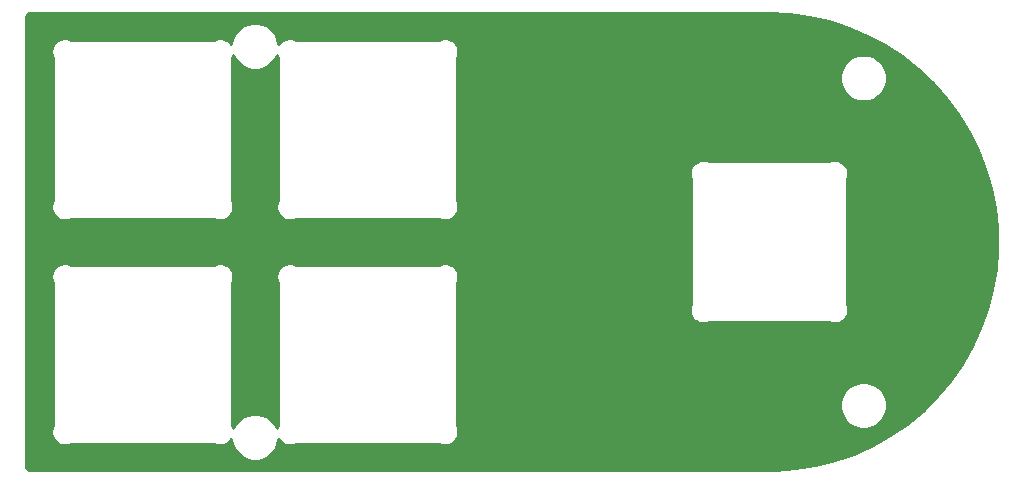
<source format=gtl>
%TF.GenerationSoftware,KiCad,Pcbnew,(5.1.9)-1*%
%TF.CreationDate,2021-11-30T13:34:52+01:00*%
%TF.ProjectId,Little_Big_Scroll_4KEY,4c697474-6c65-45f4-9269-675f5363726f,v1.0*%
%TF.SameCoordinates,Original*%
%TF.FileFunction,Copper,L1,Top*%
%TF.FilePolarity,Positive*%
%FSLAX46Y46*%
G04 Gerber Fmt 4.6, Leading zero omitted, Abs format (unit mm)*
G04 Created by KiCad (PCBNEW (5.1.9)-1) date 2021-11-30 13:34:52*
%MOMM*%
%LPD*%
G01*
G04 APERTURE LIST*
%TA.AperFunction,NonConductor*%
%ADD10C,0.254000*%
%TD*%
%TA.AperFunction,NonConductor*%
%ADD11C,0.100000*%
%TD*%
G04 APERTURE END LIST*
D10*
X221098706Y-92297197D02*
X222803819Y-92526222D01*
X224481811Y-92905913D01*
X226119415Y-93433267D01*
X227703645Y-94104102D01*
X229221976Y-94913112D01*
X230662394Y-95853901D01*
X232013458Y-96918994D01*
X233264504Y-98099984D01*
X234405606Y-99387499D01*
X235427747Y-100771366D01*
X236322816Y-102240608D01*
X237083738Y-103783603D01*
X237704480Y-105388128D01*
X238180136Y-107041486D01*
X238506933Y-108730582D01*
X238682287Y-110442044D01*
X238704806Y-112162299D01*
X238574313Y-113877773D01*
X238291845Y-115574833D01*
X237859634Y-117240073D01*
X237281099Y-118860310D01*
X236560832Y-120422692D01*
X235704526Y-121914864D01*
X234718970Y-123325002D01*
X233611950Y-124641960D01*
X232392253Y-125855287D01*
X231069527Y-126955386D01*
X229654243Y-127933549D01*
X228157614Y-128782025D01*
X226591472Y-129494108D01*
X224968237Y-130064147D01*
X223300765Y-130487631D01*
X221602234Y-130761212D01*
X219875748Y-130883454D01*
X219375715Y-130890000D01*
X156837279Y-130890000D01*
X156739576Y-130880420D01*
X156676643Y-130861420D01*
X156618594Y-130830554D01*
X156567657Y-130789011D01*
X156525752Y-130738356D01*
X156494485Y-130680529D01*
X156475044Y-130617728D01*
X156465000Y-130522165D01*
X156465000Y-114389612D01*
X158616400Y-114389612D01*
X158616400Y-114613188D01*
X158660017Y-114832467D01*
X158745000Y-115037634D01*
X158745001Y-127122364D01*
X158660017Y-127327533D01*
X158616400Y-127546812D01*
X158616400Y-127770388D01*
X158660017Y-127989667D01*
X158745576Y-128196224D01*
X158869788Y-128382120D01*
X158892532Y-128404864D01*
X158943289Y-128466711D01*
X159005136Y-128517468D01*
X159027880Y-128540212D01*
X159213776Y-128664424D01*
X159420333Y-128749983D01*
X159639612Y-128793600D01*
X159863188Y-128793600D01*
X160082467Y-128749983D01*
X160287633Y-128665000D01*
X172372367Y-128665000D01*
X172577533Y-128749983D01*
X172796812Y-128793600D01*
X173020388Y-128793600D01*
X173239667Y-128749983D01*
X173446224Y-128664424D01*
X173632120Y-128540212D01*
X173654864Y-128517468D01*
X173716711Y-128466711D01*
X173767468Y-128404864D01*
X173790212Y-128382120D01*
X173870000Y-128262709D01*
X173870000Y-128300505D01*
X173946282Y-128684003D01*
X174095915Y-129045250D01*
X174313149Y-129370364D01*
X174589636Y-129646851D01*
X174914750Y-129864085D01*
X175275997Y-130013718D01*
X175659495Y-130090000D01*
X176050505Y-130090000D01*
X176434003Y-130013718D01*
X176795250Y-129864085D01*
X177120364Y-129646851D01*
X177396851Y-129370364D01*
X177614085Y-129045250D01*
X177763718Y-128684003D01*
X177840000Y-128300505D01*
X177840000Y-128262709D01*
X177919788Y-128382120D01*
X177942532Y-128404864D01*
X177993289Y-128466711D01*
X178055136Y-128517468D01*
X178077880Y-128540212D01*
X178263776Y-128664424D01*
X178470333Y-128749983D01*
X178689612Y-128793600D01*
X178913188Y-128793600D01*
X179132467Y-128749983D01*
X179337633Y-128665000D01*
X191422367Y-128665000D01*
X191627533Y-128749983D01*
X191846812Y-128793600D01*
X192070388Y-128793600D01*
X192289667Y-128749983D01*
X192496224Y-128664424D01*
X192682120Y-128540212D01*
X192704864Y-128517468D01*
X192766711Y-128466711D01*
X192817468Y-128404864D01*
X192840212Y-128382120D01*
X192964424Y-128196224D01*
X193049983Y-127989667D01*
X193093600Y-127770388D01*
X193093600Y-127546812D01*
X193049983Y-127327533D01*
X192965000Y-127122367D01*
X192965000Y-125215901D01*
X225395000Y-125215901D01*
X225395000Y-125606911D01*
X225471282Y-125990409D01*
X225620915Y-126351656D01*
X225838149Y-126676770D01*
X226114636Y-126953257D01*
X226439750Y-127170491D01*
X226800997Y-127320124D01*
X227184495Y-127396406D01*
X227575505Y-127396406D01*
X227959003Y-127320124D01*
X228320250Y-127170491D01*
X228645364Y-126953257D01*
X228921851Y-126676770D01*
X229139085Y-126351656D01*
X229288718Y-125990409D01*
X229365000Y-125606911D01*
X229365000Y-125215901D01*
X229288718Y-124832403D01*
X229139085Y-124471156D01*
X228921851Y-124146042D01*
X228645364Y-123869555D01*
X228320250Y-123652321D01*
X227959003Y-123502688D01*
X227575505Y-123426406D01*
X227184495Y-123426406D01*
X226800997Y-123502688D01*
X226439750Y-123652321D01*
X226114636Y-123869555D01*
X225838149Y-124146042D01*
X225620915Y-124471156D01*
X225471282Y-124832403D01*
X225395000Y-125215901D01*
X192965000Y-125215901D01*
X192965000Y-115037633D01*
X193049983Y-114832467D01*
X193093600Y-114613188D01*
X193093600Y-114389612D01*
X193049983Y-114170333D01*
X192964424Y-113963776D01*
X192840212Y-113777880D01*
X192817468Y-113755136D01*
X192766711Y-113693289D01*
X192704864Y-113642532D01*
X192682120Y-113619788D01*
X192496224Y-113495576D01*
X192289667Y-113410017D01*
X192070388Y-113366400D01*
X191846812Y-113366400D01*
X191627533Y-113410017D01*
X191422367Y-113495000D01*
X179337633Y-113495000D01*
X179132467Y-113410017D01*
X178913188Y-113366400D01*
X178689612Y-113366400D01*
X178470333Y-113410017D01*
X178263776Y-113495576D01*
X178077880Y-113619788D01*
X178055136Y-113642532D01*
X177993289Y-113693289D01*
X177942532Y-113755136D01*
X177919788Y-113777880D01*
X177795576Y-113963776D01*
X177710017Y-114170333D01*
X177666400Y-114389612D01*
X177666400Y-114613188D01*
X177710017Y-114832467D01*
X177795000Y-115037634D01*
X177795001Y-127122364D01*
X177710017Y-127327533D01*
X177700769Y-127374025D01*
X177614085Y-127164750D01*
X177396851Y-126839636D01*
X177120364Y-126563149D01*
X176795250Y-126345915D01*
X176434003Y-126196282D01*
X176050505Y-126120000D01*
X175659495Y-126120000D01*
X175275997Y-126196282D01*
X174914750Y-126345915D01*
X174589636Y-126563149D01*
X174313149Y-126839636D01*
X174095915Y-127164750D01*
X174009231Y-127374025D01*
X173999983Y-127327533D01*
X173915000Y-127122367D01*
X173915000Y-115037633D01*
X173999983Y-114832467D01*
X174043600Y-114613188D01*
X174043600Y-114389612D01*
X173999983Y-114170333D01*
X173914424Y-113963776D01*
X173790212Y-113777880D01*
X173767468Y-113755136D01*
X173716711Y-113693289D01*
X173654864Y-113642532D01*
X173632120Y-113619788D01*
X173446224Y-113495576D01*
X173239667Y-113410017D01*
X173020388Y-113366400D01*
X172796812Y-113366400D01*
X172577533Y-113410017D01*
X172372367Y-113495000D01*
X160287633Y-113495000D01*
X160082467Y-113410017D01*
X159863188Y-113366400D01*
X159639612Y-113366400D01*
X159420333Y-113410017D01*
X159213776Y-113495576D01*
X159027880Y-113619788D01*
X159005136Y-113642532D01*
X158943289Y-113693289D01*
X158892532Y-113755136D01*
X158869788Y-113777880D01*
X158745576Y-113963776D01*
X158660017Y-114170333D01*
X158616400Y-114389612D01*
X156465000Y-114389612D01*
X156465000Y-95339612D01*
X158616400Y-95339612D01*
X158616400Y-95563188D01*
X158660017Y-95782467D01*
X158745000Y-95987634D01*
X158745001Y-108072364D01*
X158660017Y-108277533D01*
X158616400Y-108496812D01*
X158616400Y-108720388D01*
X158660017Y-108939667D01*
X158745576Y-109146224D01*
X158869788Y-109332120D01*
X158892532Y-109354864D01*
X158943289Y-109416711D01*
X159005136Y-109467468D01*
X159027880Y-109490212D01*
X159213776Y-109614424D01*
X159420333Y-109699983D01*
X159639612Y-109743600D01*
X159863188Y-109743600D01*
X160082467Y-109699983D01*
X160287633Y-109615000D01*
X172372367Y-109615000D01*
X172577533Y-109699983D01*
X172796812Y-109743600D01*
X173020388Y-109743600D01*
X173239667Y-109699983D01*
X173446224Y-109614424D01*
X173632120Y-109490212D01*
X173654864Y-109467468D01*
X173716711Y-109416711D01*
X173767468Y-109354864D01*
X173790212Y-109332120D01*
X173914424Y-109146224D01*
X173999983Y-108939667D01*
X174043600Y-108720388D01*
X174043600Y-108496812D01*
X173999983Y-108277533D01*
X173915000Y-108072367D01*
X173915000Y-95987633D01*
X173999983Y-95782467D01*
X174009231Y-95735975D01*
X174095915Y-95945250D01*
X174313149Y-96270364D01*
X174589636Y-96546851D01*
X174914750Y-96764085D01*
X175275997Y-96913718D01*
X175659495Y-96990000D01*
X176050505Y-96990000D01*
X176434003Y-96913718D01*
X176795250Y-96764085D01*
X177120364Y-96546851D01*
X177396851Y-96270364D01*
X177614085Y-95945250D01*
X177700769Y-95735975D01*
X177710017Y-95782467D01*
X177795000Y-95987634D01*
X177795001Y-108072364D01*
X177710017Y-108277533D01*
X177666400Y-108496812D01*
X177666400Y-108720388D01*
X177710017Y-108939667D01*
X177795576Y-109146224D01*
X177919788Y-109332120D01*
X177942532Y-109354864D01*
X177993289Y-109416711D01*
X178055136Y-109467468D01*
X178077880Y-109490212D01*
X178263776Y-109614424D01*
X178470333Y-109699983D01*
X178689612Y-109743600D01*
X178913188Y-109743600D01*
X179132467Y-109699983D01*
X179337633Y-109615000D01*
X191422367Y-109615000D01*
X191627533Y-109699983D01*
X191846812Y-109743600D01*
X192070388Y-109743600D01*
X192289667Y-109699983D01*
X192496224Y-109614424D01*
X192682120Y-109490212D01*
X192704864Y-109467468D01*
X192766711Y-109416711D01*
X192817468Y-109354864D01*
X192840212Y-109332120D01*
X192964424Y-109146224D01*
X193049983Y-108939667D01*
X193093600Y-108720388D01*
X193093600Y-108496812D01*
X193049983Y-108277533D01*
X192965000Y-108072367D01*
X192965000Y-105664612D01*
X212666400Y-105664612D01*
X212666400Y-105888188D01*
X212710017Y-106107467D01*
X212785000Y-106288492D01*
X212785001Y-116821506D01*
X212710017Y-117002533D01*
X212666400Y-117221812D01*
X212666400Y-117445388D01*
X212710017Y-117664667D01*
X212795576Y-117871224D01*
X212855296Y-117960601D01*
X212899333Y-118042989D01*
X212986183Y-118148817D01*
X213092011Y-118235667D01*
X213174399Y-118279704D01*
X213263776Y-118339424D01*
X213470333Y-118424983D01*
X213689612Y-118468600D01*
X213913188Y-118468600D01*
X214132467Y-118424983D01*
X214313491Y-118350000D01*
X224446509Y-118350000D01*
X224627533Y-118424983D01*
X224846812Y-118468600D01*
X225070388Y-118468600D01*
X225289667Y-118424983D01*
X225496224Y-118339424D01*
X225585601Y-118279704D01*
X225667989Y-118235667D01*
X225773817Y-118148817D01*
X225860667Y-118042989D01*
X225904704Y-117960601D01*
X225964424Y-117871224D01*
X226049983Y-117664667D01*
X226093600Y-117445388D01*
X226093600Y-117221812D01*
X226049983Y-117002533D01*
X225975000Y-116821509D01*
X225975000Y-106288491D01*
X226049983Y-106107467D01*
X226093600Y-105888188D01*
X226093600Y-105664612D01*
X226049983Y-105445333D01*
X225964424Y-105238776D01*
X225904704Y-105149399D01*
X225860667Y-105067011D01*
X225773817Y-104961183D01*
X225667989Y-104874333D01*
X225585601Y-104830296D01*
X225496224Y-104770576D01*
X225289667Y-104685017D01*
X225070388Y-104641400D01*
X224846812Y-104641400D01*
X224627533Y-104685017D01*
X224446509Y-104760000D01*
X214313491Y-104760000D01*
X214132467Y-104685017D01*
X213913188Y-104641400D01*
X213689612Y-104641400D01*
X213470333Y-104685017D01*
X213263776Y-104770576D01*
X213174399Y-104830296D01*
X213092011Y-104874333D01*
X212986183Y-104961183D01*
X212899333Y-105067011D01*
X212855296Y-105149399D01*
X212795576Y-105238776D01*
X212710017Y-105445333D01*
X212666400Y-105664612D01*
X192965000Y-105664612D01*
X192965000Y-97503089D01*
X225395000Y-97503089D01*
X225395000Y-97894099D01*
X225471282Y-98277597D01*
X225620915Y-98638844D01*
X225838149Y-98963958D01*
X226114636Y-99240445D01*
X226439750Y-99457679D01*
X226800997Y-99607312D01*
X227184495Y-99683594D01*
X227575505Y-99683594D01*
X227959003Y-99607312D01*
X228320250Y-99457679D01*
X228645364Y-99240445D01*
X228921851Y-98963958D01*
X229139085Y-98638844D01*
X229288718Y-98277597D01*
X229365000Y-97894099D01*
X229365000Y-97503089D01*
X229288718Y-97119591D01*
X229139085Y-96758344D01*
X228921851Y-96433230D01*
X228645364Y-96156743D01*
X228320250Y-95939509D01*
X227959003Y-95789876D01*
X227575505Y-95713594D01*
X227184495Y-95713594D01*
X226800997Y-95789876D01*
X226439750Y-95939509D01*
X226114636Y-96156743D01*
X225838149Y-96433230D01*
X225620915Y-96758344D01*
X225471282Y-97119591D01*
X225395000Y-97503089D01*
X192965000Y-97503089D01*
X192965000Y-95987633D01*
X193049983Y-95782467D01*
X193093600Y-95563188D01*
X193093600Y-95339612D01*
X193049983Y-95120333D01*
X192964424Y-94913776D01*
X192840212Y-94727880D01*
X192817468Y-94705136D01*
X192766711Y-94643289D01*
X192704864Y-94592532D01*
X192682120Y-94569788D01*
X192496224Y-94445576D01*
X192289667Y-94360017D01*
X192070388Y-94316400D01*
X191846812Y-94316400D01*
X191627533Y-94360017D01*
X191422367Y-94445000D01*
X179337633Y-94445000D01*
X179132467Y-94360017D01*
X178913188Y-94316400D01*
X178689612Y-94316400D01*
X178470333Y-94360017D01*
X178263776Y-94445576D01*
X178077880Y-94569788D01*
X178055136Y-94592532D01*
X177993289Y-94643289D01*
X177942532Y-94705136D01*
X177919788Y-94727880D01*
X177840000Y-94847291D01*
X177840000Y-94809495D01*
X177763718Y-94425997D01*
X177614085Y-94064750D01*
X177396851Y-93739636D01*
X177120364Y-93463149D01*
X176795250Y-93245915D01*
X176434003Y-93096282D01*
X176050505Y-93020000D01*
X175659495Y-93020000D01*
X175275997Y-93096282D01*
X174914750Y-93245915D01*
X174589636Y-93463149D01*
X174313149Y-93739636D01*
X174095915Y-94064750D01*
X173946282Y-94425997D01*
X173870000Y-94809495D01*
X173870000Y-94847291D01*
X173790212Y-94727880D01*
X173767468Y-94705136D01*
X173716711Y-94643289D01*
X173654864Y-94592532D01*
X173632120Y-94569788D01*
X173446224Y-94445576D01*
X173239667Y-94360017D01*
X173020388Y-94316400D01*
X172796812Y-94316400D01*
X172577533Y-94360017D01*
X172372367Y-94445000D01*
X160287633Y-94445000D01*
X160082467Y-94360017D01*
X159863188Y-94316400D01*
X159639612Y-94316400D01*
X159420333Y-94360017D01*
X159213776Y-94445576D01*
X159027880Y-94569788D01*
X159005136Y-94592532D01*
X158943289Y-94643289D01*
X158892532Y-94705136D01*
X158869788Y-94727880D01*
X158745576Y-94913776D01*
X158660017Y-95120333D01*
X158616400Y-95339612D01*
X156465000Y-95339612D01*
X156465000Y-92592279D01*
X156474580Y-92494576D01*
X156493580Y-92431644D01*
X156524445Y-92373595D01*
X156565989Y-92322657D01*
X156616644Y-92280752D01*
X156674471Y-92249485D01*
X156737272Y-92230044D01*
X156832835Y-92220000D01*
X219365321Y-92220000D01*
X221098706Y-92297197D01*
%TA.AperFunction,NonConductor*%
D11*
G36*
X221098706Y-92297197D02*
G01*
X222803819Y-92526222D01*
X224481811Y-92905913D01*
X226119415Y-93433267D01*
X227703645Y-94104102D01*
X229221976Y-94913112D01*
X230662394Y-95853901D01*
X232013458Y-96918994D01*
X233264504Y-98099984D01*
X234405606Y-99387499D01*
X235427747Y-100771366D01*
X236322816Y-102240608D01*
X237083738Y-103783603D01*
X237704480Y-105388128D01*
X238180136Y-107041486D01*
X238506933Y-108730582D01*
X238682287Y-110442044D01*
X238704806Y-112162299D01*
X238574313Y-113877773D01*
X238291845Y-115574833D01*
X237859634Y-117240073D01*
X237281099Y-118860310D01*
X236560832Y-120422692D01*
X235704526Y-121914864D01*
X234718970Y-123325002D01*
X233611950Y-124641960D01*
X232392253Y-125855287D01*
X231069527Y-126955386D01*
X229654243Y-127933549D01*
X228157614Y-128782025D01*
X226591472Y-129494108D01*
X224968237Y-130064147D01*
X223300765Y-130487631D01*
X221602234Y-130761212D01*
X219875748Y-130883454D01*
X219375715Y-130890000D01*
X156837279Y-130890000D01*
X156739576Y-130880420D01*
X156676643Y-130861420D01*
X156618594Y-130830554D01*
X156567657Y-130789011D01*
X156525752Y-130738356D01*
X156494485Y-130680529D01*
X156475044Y-130617728D01*
X156465000Y-130522165D01*
X156465000Y-114389612D01*
X158616400Y-114389612D01*
X158616400Y-114613188D01*
X158660017Y-114832467D01*
X158745000Y-115037634D01*
X158745001Y-127122364D01*
X158660017Y-127327533D01*
X158616400Y-127546812D01*
X158616400Y-127770388D01*
X158660017Y-127989667D01*
X158745576Y-128196224D01*
X158869788Y-128382120D01*
X158892532Y-128404864D01*
X158943289Y-128466711D01*
X159005136Y-128517468D01*
X159027880Y-128540212D01*
X159213776Y-128664424D01*
X159420333Y-128749983D01*
X159639612Y-128793600D01*
X159863188Y-128793600D01*
X160082467Y-128749983D01*
X160287633Y-128665000D01*
X172372367Y-128665000D01*
X172577533Y-128749983D01*
X172796812Y-128793600D01*
X173020388Y-128793600D01*
X173239667Y-128749983D01*
X173446224Y-128664424D01*
X173632120Y-128540212D01*
X173654864Y-128517468D01*
X173716711Y-128466711D01*
X173767468Y-128404864D01*
X173790212Y-128382120D01*
X173870000Y-128262709D01*
X173870000Y-128300505D01*
X173946282Y-128684003D01*
X174095915Y-129045250D01*
X174313149Y-129370364D01*
X174589636Y-129646851D01*
X174914750Y-129864085D01*
X175275997Y-130013718D01*
X175659495Y-130090000D01*
X176050505Y-130090000D01*
X176434003Y-130013718D01*
X176795250Y-129864085D01*
X177120364Y-129646851D01*
X177396851Y-129370364D01*
X177614085Y-129045250D01*
X177763718Y-128684003D01*
X177840000Y-128300505D01*
X177840000Y-128262709D01*
X177919788Y-128382120D01*
X177942532Y-128404864D01*
X177993289Y-128466711D01*
X178055136Y-128517468D01*
X178077880Y-128540212D01*
X178263776Y-128664424D01*
X178470333Y-128749983D01*
X178689612Y-128793600D01*
X178913188Y-128793600D01*
X179132467Y-128749983D01*
X179337633Y-128665000D01*
X191422367Y-128665000D01*
X191627533Y-128749983D01*
X191846812Y-128793600D01*
X192070388Y-128793600D01*
X192289667Y-128749983D01*
X192496224Y-128664424D01*
X192682120Y-128540212D01*
X192704864Y-128517468D01*
X192766711Y-128466711D01*
X192817468Y-128404864D01*
X192840212Y-128382120D01*
X192964424Y-128196224D01*
X193049983Y-127989667D01*
X193093600Y-127770388D01*
X193093600Y-127546812D01*
X193049983Y-127327533D01*
X192965000Y-127122367D01*
X192965000Y-125215901D01*
X225395000Y-125215901D01*
X225395000Y-125606911D01*
X225471282Y-125990409D01*
X225620915Y-126351656D01*
X225838149Y-126676770D01*
X226114636Y-126953257D01*
X226439750Y-127170491D01*
X226800997Y-127320124D01*
X227184495Y-127396406D01*
X227575505Y-127396406D01*
X227959003Y-127320124D01*
X228320250Y-127170491D01*
X228645364Y-126953257D01*
X228921851Y-126676770D01*
X229139085Y-126351656D01*
X229288718Y-125990409D01*
X229365000Y-125606911D01*
X229365000Y-125215901D01*
X229288718Y-124832403D01*
X229139085Y-124471156D01*
X228921851Y-124146042D01*
X228645364Y-123869555D01*
X228320250Y-123652321D01*
X227959003Y-123502688D01*
X227575505Y-123426406D01*
X227184495Y-123426406D01*
X226800997Y-123502688D01*
X226439750Y-123652321D01*
X226114636Y-123869555D01*
X225838149Y-124146042D01*
X225620915Y-124471156D01*
X225471282Y-124832403D01*
X225395000Y-125215901D01*
X192965000Y-125215901D01*
X192965000Y-115037633D01*
X193049983Y-114832467D01*
X193093600Y-114613188D01*
X193093600Y-114389612D01*
X193049983Y-114170333D01*
X192964424Y-113963776D01*
X192840212Y-113777880D01*
X192817468Y-113755136D01*
X192766711Y-113693289D01*
X192704864Y-113642532D01*
X192682120Y-113619788D01*
X192496224Y-113495576D01*
X192289667Y-113410017D01*
X192070388Y-113366400D01*
X191846812Y-113366400D01*
X191627533Y-113410017D01*
X191422367Y-113495000D01*
X179337633Y-113495000D01*
X179132467Y-113410017D01*
X178913188Y-113366400D01*
X178689612Y-113366400D01*
X178470333Y-113410017D01*
X178263776Y-113495576D01*
X178077880Y-113619788D01*
X178055136Y-113642532D01*
X177993289Y-113693289D01*
X177942532Y-113755136D01*
X177919788Y-113777880D01*
X177795576Y-113963776D01*
X177710017Y-114170333D01*
X177666400Y-114389612D01*
X177666400Y-114613188D01*
X177710017Y-114832467D01*
X177795000Y-115037634D01*
X177795001Y-127122364D01*
X177710017Y-127327533D01*
X177700769Y-127374025D01*
X177614085Y-127164750D01*
X177396851Y-126839636D01*
X177120364Y-126563149D01*
X176795250Y-126345915D01*
X176434003Y-126196282D01*
X176050505Y-126120000D01*
X175659495Y-126120000D01*
X175275997Y-126196282D01*
X174914750Y-126345915D01*
X174589636Y-126563149D01*
X174313149Y-126839636D01*
X174095915Y-127164750D01*
X174009231Y-127374025D01*
X173999983Y-127327533D01*
X173915000Y-127122367D01*
X173915000Y-115037633D01*
X173999983Y-114832467D01*
X174043600Y-114613188D01*
X174043600Y-114389612D01*
X173999983Y-114170333D01*
X173914424Y-113963776D01*
X173790212Y-113777880D01*
X173767468Y-113755136D01*
X173716711Y-113693289D01*
X173654864Y-113642532D01*
X173632120Y-113619788D01*
X173446224Y-113495576D01*
X173239667Y-113410017D01*
X173020388Y-113366400D01*
X172796812Y-113366400D01*
X172577533Y-113410017D01*
X172372367Y-113495000D01*
X160287633Y-113495000D01*
X160082467Y-113410017D01*
X159863188Y-113366400D01*
X159639612Y-113366400D01*
X159420333Y-113410017D01*
X159213776Y-113495576D01*
X159027880Y-113619788D01*
X159005136Y-113642532D01*
X158943289Y-113693289D01*
X158892532Y-113755136D01*
X158869788Y-113777880D01*
X158745576Y-113963776D01*
X158660017Y-114170333D01*
X158616400Y-114389612D01*
X156465000Y-114389612D01*
X156465000Y-95339612D01*
X158616400Y-95339612D01*
X158616400Y-95563188D01*
X158660017Y-95782467D01*
X158745000Y-95987634D01*
X158745001Y-108072364D01*
X158660017Y-108277533D01*
X158616400Y-108496812D01*
X158616400Y-108720388D01*
X158660017Y-108939667D01*
X158745576Y-109146224D01*
X158869788Y-109332120D01*
X158892532Y-109354864D01*
X158943289Y-109416711D01*
X159005136Y-109467468D01*
X159027880Y-109490212D01*
X159213776Y-109614424D01*
X159420333Y-109699983D01*
X159639612Y-109743600D01*
X159863188Y-109743600D01*
X160082467Y-109699983D01*
X160287633Y-109615000D01*
X172372367Y-109615000D01*
X172577533Y-109699983D01*
X172796812Y-109743600D01*
X173020388Y-109743600D01*
X173239667Y-109699983D01*
X173446224Y-109614424D01*
X173632120Y-109490212D01*
X173654864Y-109467468D01*
X173716711Y-109416711D01*
X173767468Y-109354864D01*
X173790212Y-109332120D01*
X173914424Y-109146224D01*
X173999983Y-108939667D01*
X174043600Y-108720388D01*
X174043600Y-108496812D01*
X173999983Y-108277533D01*
X173915000Y-108072367D01*
X173915000Y-95987633D01*
X173999983Y-95782467D01*
X174009231Y-95735975D01*
X174095915Y-95945250D01*
X174313149Y-96270364D01*
X174589636Y-96546851D01*
X174914750Y-96764085D01*
X175275997Y-96913718D01*
X175659495Y-96990000D01*
X176050505Y-96990000D01*
X176434003Y-96913718D01*
X176795250Y-96764085D01*
X177120364Y-96546851D01*
X177396851Y-96270364D01*
X177614085Y-95945250D01*
X177700769Y-95735975D01*
X177710017Y-95782467D01*
X177795000Y-95987634D01*
X177795001Y-108072364D01*
X177710017Y-108277533D01*
X177666400Y-108496812D01*
X177666400Y-108720388D01*
X177710017Y-108939667D01*
X177795576Y-109146224D01*
X177919788Y-109332120D01*
X177942532Y-109354864D01*
X177993289Y-109416711D01*
X178055136Y-109467468D01*
X178077880Y-109490212D01*
X178263776Y-109614424D01*
X178470333Y-109699983D01*
X178689612Y-109743600D01*
X178913188Y-109743600D01*
X179132467Y-109699983D01*
X179337633Y-109615000D01*
X191422367Y-109615000D01*
X191627533Y-109699983D01*
X191846812Y-109743600D01*
X192070388Y-109743600D01*
X192289667Y-109699983D01*
X192496224Y-109614424D01*
X192682120Y-109490212D01*
X192704864Y-109467468D01*
X192766711Y-109416711D01*
X192817468Y-109354864D01*
X192840212Y-109332120D01*
X192964424Y-109146224D01*
X193049983Y-108939667D01*
X193093600Y-108720388D01*
X193093600Y-108496812D01*
X193049983Y-108277533D01*
X192965000Y-108072367D01*
X192965000Y-105664612D01*
X212666400Y-105664612D01*
X212666400Y-105888188D01*
X212710017Y-106107467D01*
X212785000Y-106288492D01*
X212785001Y-116821506D01*
X212710017Y-117002533D01*
X212666400Y-117221812D01*
X212666400Y-117445388D01*
X212710017Y-117664667D01*
X212795576Y-117871224D01*
X212855296Y-117960601D01*
X212899333Y-118042989D01*
X212986183Y-118148817D01*
X213092011Y-118235667D01*
X213174399Y-118279704D01*
X213263776Y-118339424D01*
X213470333Y-118424983D01*
X213689612Y-118468600D01*
X213913188Y-118468600D01*
X214132467Y-118424983D01*
X214313491Y-118350000D01*
X224446509Y-118350000D01*
X224627533Y-118424983D01*
X224846812Y-118468600D01*
X225070388Y-118468600D01*
X225289667Y-118424983D01*
X225496224Y-118339424D01*
X225585601Y-118279704D01*
X225667989Y-118235667D01*
X225773817Y-118148817D01*
X225860667Y-118042989D01*
X225904704Y-117960601D01*
X225964424Y-117871224D01*
X226049983Y-117664667D01*
X226093600Y-117445388D01*
X226093600Y-117221812D01*
X226049983Y-117002533D01*
X225975000Y-116821509D01*
X225975000Y-106288491D01*
X226049983Y-106107467D01*
X226093600Y-105888188D01*
X226093600Y-105664612D01*
X226049983Y-105445333D01*
X225964424Y-105238776D01*
X225904704Y-105149399D01*
X225860667Y-105067011D01*
X225773817Y-104961183D01*
X225667989Y-104874333D01*
X225585601Y-104830296D01*
X225496224Y-104770576D01*
X225289667Y-104685017D01*
X225070388Y-104641400D01*
X224846812Y-104641400D01*
X224627533Y-104685017D01*
X224446509Y-104760000D01*
X214313491Y-104760000D01*
X214132467Y-104685017D01*
X213913188Y-104641400D01*
X213689612Y-104641400D01*
X213470333Y-104685017D01*
X213263776Y-104770576D01*
X213174399Y-104830296D01*
X213092011Y-104874333D01*
X212986183Y-104961183D01*
X212899333Y-105067011D01*
X212855296Y-105149399D01*
X212795576Y-105238776D01*
X212710017Y-105445333D01*
X212666400Y-105664612D01*
X192965000Y-105664612D01*
X192965000Y-97503089D01*
X225395000Y-97503089D01*
X225395000Y-97894099D01*
X225471282Y-98277597D01*
X225620915Y-98638844D01*
X225838149Y-98963958D01*
X226114636Y-99240445D01*
X226439750Y-99457679D01*
X226800997Y-99607312D01*
X227184495Y-99683594D01*
X227575505Y-99683594D01*
X227959003Y-99607312D01*
X228320250Y-99457679D01*
X228645364Y-99240445D01*
X228921851Y-98963958D01*
X229139085Y-98638844D01*
X229288718Y-98277597D01*
X229365000Y-97894099D01*
X229365000Y-97503089D01*
X229288718Y-97119591D01*
X229139085Y-96758344D01*
X228921851Y-96433230D01*
X228645364Y-96156743D01*
X228320250Y-95939509D01*
X227959003Y-95789876D01*
X227575505Y-95713594D01*
X227184495Y-95713594D01*
X226800997Y-95789876D01*
X226439750Y-95939509D01*
X226114636Y-96156743D01*
X225838149Y-96433230D01*
X225620915Y-96758344D01*
X225471282Y-97119591D01*
X225395000Y-97503089D01*
X192965000Y-97503089D01*
X192965000Y-95987633D01*
X193049983Y-95782467D01*
X193093600Y-95563188D01*
X193093600Y-95339612D01*
X193049983Y-95120333D01*
X192964424Y-94913776D01*
X192840212Y-94727880D01*
X192817468Y-94705136D01*
X192766711Y-94643289D01*
X192704864Y-94592532D01*
X192682120Y-94569788D01*
X192496224Y-94445576D01*
X192289667Y-94360017D01*
X192070388Y-94316400D01*
X191846812Y-94316400D01*
X191627533Y-94360017D01*
X191422367Y-94445000D01*
X179337633Y-94445000D01*
X179132467Y-94360017D01*
X178913188Y-94316400D01*
X178689612Y-94316400D01*
X178470333Y-94360017D01*
X178263776Y-94445576D01*
X178077880Y-94569788D01*
X178055136Y-94592532D01*
X177993289Y-94643289D01*
X177942532Y-94705136D01*
X177919788Y-94727880D01*
X177840000Y-94847291D01*
X177840000Y-94809495D01*
X177763718Y-94425997D01*
X177614085Y-94064750D01*
X177396851Y-93739636D01*
X177120364Y-93463149D01*
X176795250Y-93245915D01*
X176434003Y-93096282D01*
X176050505Y-93020000D01*
X175659495Y-93020000D01*
X175275997Y-93096282D01*
X174914750Y-93245915D01*
X174589636Y-93463149D01*
X174313149Y-93739636D01*
X174095915Y-94064750D01*
X173946282Y-94425997D01*
X173870000Y-94809495D01*
X173870000Y-94847291D01*
X173790212Y-94727880D01*
X173767468Y-94705136D01*
X173716711Y-94643289D01*
X173654864Y-94592532D01*
X173632120Y-94569788D01*
X173446224Y-94445576D01*
X173239667Y-94360017D01*
X173020388Y-94316400D01*
X172796812Y-94316400D01*
X172577533Y-94360017D01*
X172372367Y-94445000D01*
X160287633Y-94445000D01*
X160082467Y-94360017D01*
X159863188Y-94316400D01*
X159639612Y-94316400D01*
X159420333Y-94360017D01*
X159213776Y-94445576D01*
X159027880Y-94569788D01*
X159005136Y-94592532D01*
X158943289Y-94643289D01*
X158892532Y-94705136D01*
X158869788Y-94727880D01*
X158745576Y-94913776D01*
X158660017Y-95120333D01*
X158616400Y-95339612D01*
X156465000Y-95339612D01*
X156465000Y-92592279D01*
X156474580Y-92494576D01*
X156493580Y-92431644D01*
X156524445Y-92373595D01*
X156565989Y-92322657D01*
X156616644Y-92280752D01*
X156674471Y-92249485D01*
X156737272Y-92230044D01*
X156832835Y-92220000D01*
X219365321Y-92220000D01*
X221098706Y-92297197D01*
G37*
%TD.AperFunction*%
M02*

</source>
